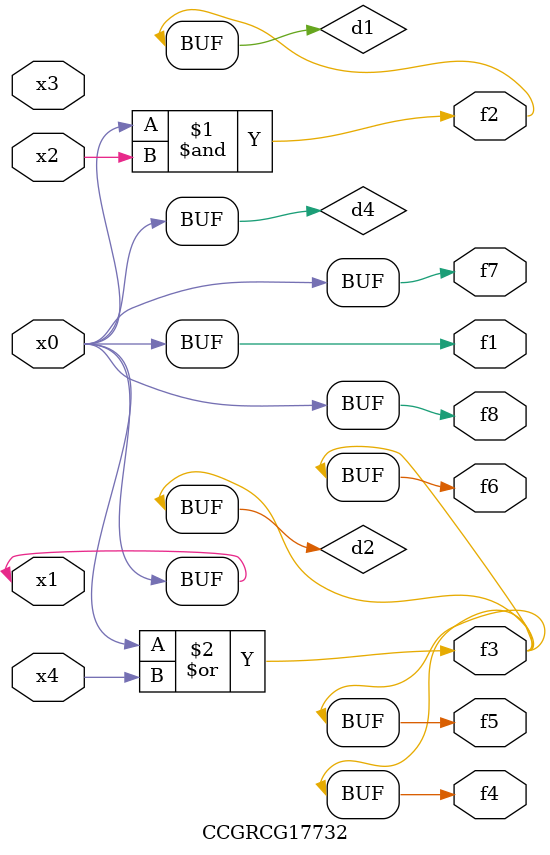
<source format=v>
module CCGRCG17732(
	input x0, x1, x2, x3, x4,
	output f1, f2, f3, f4, f5, f6, f7, f8
);

	wire d1, d2, d3, d4;

	and (d1, x0, x2);
	or (d2, x0, x4);
	nand (d3, x0, x2);
	buf (d4, x0, x1);
	assign f1 = d4;
	assign f2 = d1;
	assign f3 = d2;
	assign f4 = d2;
	assign f5 = d2;
	assign f6 = d2;
	assign f7 = d4;
	assign f8 = d4;
endmodule

</source>
